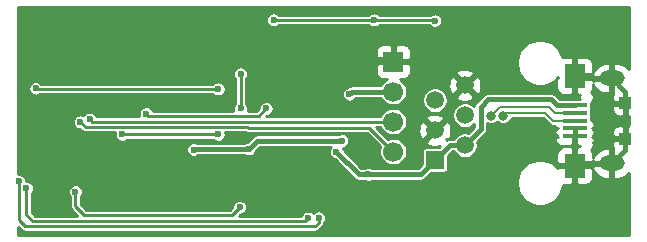
<source format=gbl>
G04 #@! TF.GenerationSoftware,KiCad,Pcbnew,(5.1.9-0-10_14)*
G04 #@! TF.CreationDate,2021-05-05T23:43:46+02:00*
G04 #@! TF.ProjectId,P1_wifi,50315f77-6966-4692-9e6b-696361645f70,rev?*
G04 #@! TF.SameCoordinates,Original*
G04 #@! TF.FileFunction,Copper,L2,Bot*
G04 #@! TF.FilePolarity,Positive*
%FSLAX46Y46*%
G04 Gerber Fmt 4.6, Leading zero omitted, Abs format (unit mm)*
G04 Created by KiCad (PCBNEW (5.1.9-0-10_14)) date 2021-05-05 23:43:46*
%MOMM*%
%LPD*%
G01*
G04 APERTURE LIST*
G04 #@! TA.AperFunction,ComponentPad*
%ADD10C,1.700000*%
G04 #@! TD*
G04 #@! TA.AperFunction,ComponentPad*
%ADD11R,1.700000X1.700000*%
G04 #@! TD*
G04 #@! TA.AperFunction,SMDPad,CuDef*
%ADD12R,1.000000X1.000000*%
G04 #@! TD*
G04 #@! TA.AperFunction,SMDPad,CuDef*
%ADD13R,2.150000X0.400000*%
G04 #@! TD*
G04 #@! TA.AperFunction,ComponentPad*
%ADD14R,1.800000X2.000000*%
G04 #@! TD*
G04 #@! TA.AperFunction,ComponentPad*
%ADD15O,2.150000X1.300000*%
G04 #@! TD*
G04 #@! TA.AperFunction,ComponentPad*
%ADD16R,1.520000X1.520000*%
G04 #@! TD*
G04 #@! TA.AperFunction,ComponentPad*
%ADD17C,1.520000*%
G04 #@! TD*
G04 #@! TA.AperFunction,ViaPad*
%ADD18C,0.600000*%
G04 #@! TD*
G04 #@! TA.AperFunction,ViaPad*
%ADD19C,0.812800*%
G04 #@! TD*
G04 #@! TA.AperFunction,Conductor*
%ADD20C,0.406400*%
G04 #@! TD*
G04 #@! TA.AperFunction,Conductor*
%ADD21C,0.254000*%
G04 #@! TD*
G04 #@! TA.AperFunction,Conductor*
%ADD22C,0.203200*%
G04 #@! TD*
G04 #@! TA.AperFunction,Conductor*
%ADD23C,0.100000*%
G04 #@! TD*
G04 APERTURE END LIST*
D10*
X39711500Y9937000D03*
X39711500Y12477000D03*
X39711500Y7397000D03*
D11*
X39711500Y15017000D03*
D12*
X59379500Y11500000D03*
D13*
X55069500Y11300000D03*
D14*
X55069500Y13800000D03*
D15*
X58229500Y13600000D03*
D14*
X55069500Y6200000D03*
D15*
X58229500Y6400000D03*
D12*
X59379500Y8500000D03*
D13*
X55069500Y10650000D03*
X55069500Y10000000D03*
X55069500Y9350000D03*
X55069500Y8700000D03*
D16*
X43243500Y6667500D03*
D17*
X45783500Y7937500D03*
X43243500Y9207500D03*
X45783500Y10477500D03*
X43243500Y11747500D03*
X45783500Y13017500D03*
D18*
X31496000Y4318000D03*
X33528000Y6350000D03*
X31496000Y6350000D03*
X33528000Y4318000D03*
X35052000Y16322000D03*
X35052000Y13462000D03*
X30099000Y7620000D03*
X31623000Y13716000D03*
X24511000Y18034000D03*
X11557000Y14351000D03*
X11557000Y4445000D03*
X27432000Y4445000D03*
X36703000Y7239000D03*
X36703000Y8763000D03*
X33147000Y13208000D03*
X33147000Y15240000D03*
X36931600Y13335000D03*
X30022800Y2844800D03*
X35153600Y2895600D03*
X24434800Y3098800D03*
X38608000Y3657600D03*
X18034000Y15240000D03*
X21082000Y11684000D03*
X20574000Y5588000D03*
X15240000Y5588000D03*
X41656000Y4318000D03*
X45974000Y4318000D03*
X43688000Y762000D03*
X49022000Y1778000D03*
X50038000Y7620000D03*
X47244000Y7112000D03*
X48514000Y12573000D03*
X58928000Y19050000D03*
X57658000Y19050000D03*
X58928000Y17780000D03*
X58928000Y1016000D03*
X58928000Y2286000D03*
X57404000Y1016000D03*
X8128000Y19304000D03*
X26416000Y19050000D03*
X49276000Y19050000D03*
X58928000Y16256000D03*
X58928000Y3810000D03*
X55880000Y1016000D03*
X54102000Y1016000D03*
X56388000Y19050000D03*
X54864000Y19050000D03*
X41402000Y11176000D03*
X41402000Y8382000D03*
X41402000Y13716000D03*
X34903703Y7364651D03*
X37592000Y5460996D03*
X26797000Y13970000D03*
X36002000Y12258000D03*
X35382196Y8331200D03*
X27495000Y7620000D03*
X22809200Y7569198D03*
X26797000Y11049000D03*
X29591000Y18542000D03*
X43243504Y18478502D03*
X38100000Y18542000D03*
X9448800Y12750802D03*
X24892000Y12700000D03*
X16764000Y8848788D03*
X24892000Y8848788D03*
D19*
X49022000Y10429855D03*
X48006000Y10429855D03*
D18*
X26720800Y2692400D03*
X12801600Y4013200D03*
X13207996Y9906000D03*
X14008550Y10155210D03*
X33401000Y1778000D03*
X8026400Y4876800D03*
X32512000Y1773210D03*
X8656610Y4294983D03*
X18796000Y10612421D03*
X28956000Y11049000D03*
D20*
X58229500Y13600000D02*
X55069500Y13600000D01*
X58229500Y6400000D02*
X55069500Y6400000D01*
X59379500Y12450000D02*
X58229500Y13600000D01*
X59379500Y11500000D02*
X59379500Y12450000D01*
X59379500Y7550000D02*
X58229500Y6400000D01*
X59379500Y8500000D02*
X59379500Y7550000D01*
X59379500Y11500000D02*
X59379500Y8500000D01*
X55069500Y8700000D02*
X55069500Y6400000D01*
X55069500Y9350000D02*
X55069500Y8700000D01*
X35052000Y13462000D02*
X35052000Y16322000D01*
X39488500Y15240000D02*
X35136000Y15240000D01*
D21*
X35136000Y15240000D02*
X35052000Y15324000D01*
X39711500Y15017000D02*
X39488500Y15240000D01*
D20*
X44513500Y7937500D02*
X43243500Y6667500D01*
X45783500Y7937500D02*
X44513500Y7937500D01*
D21*
X42792799Y6216799D02*
X43243500Y6667500D01*
D20*
X47117000Y9271000D02*
X45783500Y7937500D01*
X47723528Y11811000D02*
X47117000Y11204472D01*
X55069500Y11300000D02*
X53597000Y11300000D01*
X47117000Y11204472D02*
X47117000Y9271000D01*
X53086000Y11811000D02*
X47723528Y11811000D01*
X53597000Y11300000D02*
X53086000Y11811000D01*
X34903703Y7364651D02*
X36807358Y5460996D01*
X36807358Y5460996D02*
X37592000Y5460996D01*
X38016264Y5460996D02*
X37592000Y5460996D01*
X42036996Y5460996D02*
X38016264Y5460996D01*
X42792799Y6216799D02*
X42036996Y5460996D01*
X36221000Y12477000D02*
X36002000Y12258000D01*
X39711500Y12477000D02*
X36221000Y12477000D01*
X28206200Y8331200D02*
X27495000Y7620000D01*
X35382196Y8331200D02*
X28206200Y8331200D01*
X27495000Y7620000D02*
X22860002Y7620000D01*
X22860002Y7620000D02*
X22809200Y7569198D01*
D21*
X26797000Y13970000D02*
X26797000Y13545736D01*
X26797000Y13545736D02*
X26797000Y11049000D01*
X26797000Y11049000D02*
X26797000Y11049000D01*
X43180006Y18542000D02*
X43243504Y18478502D01*
X29591000Y18542000D02*
X38100000Y18542000D01*
X38100000Y18542000D02*
X43180006Y18542000D01*
X24892000Y12700000D02*
X9499602Y12700000D01*
X9499602Y12700000D02*
X9448800Y12750802D01*
X16764000Y8848788D02*
X24892000Y8848788D01*
D22*
X52578000Y10668000D02*
X53246000Y10000000D01*
X53246000Y10000000D02*
X55069500Y10000000D01*
X49260145Y10668000D02*
X52578000Y10668000D01*
X49022000Y10429855D02*
X49260145Y10668000D01*
X48717200Y11141055D02*
X52910509Y11141055D01*
X52910509Y11141055D02*
X53401564Y10650000D01*
X48006000Y10429855D02*
X48717200Y11141055D01*
X53401564Y10650000D02*
X55069500Y10650000D01*
D21*
X13525000Y2032000D02*
X12801600Y2755400D01*
X26060400Y2032000D02*
X13525000Y2032000D01*
X12801600Y2755400D02*
X12801600Y4013200D01*
X26720800Y2692400D02*
X26060400Y2032000D01*
X13507995Y9606001D02*
X13207996Y9906000D01*
X27391389Y9478988D02*
X13635008Y9478988D01*
X27442189Y9428188D02*
X27391389Y9478988D01*
X37680312Y9428188D02*
X27442189Y9428188D01*
X39711500Y7397000D02*
X37680312Y9428188D01*
X13635008Y9478988D02*
X13507995Y9606001D01*
X39711500Y9937000D02*
X14226760Y9937000D01*
X14226760Y9937000D02*
X14008550Y10155210D01*
X33114053Y1066789D02*
X8534411Y1066789D01*
X8534411Y1066789D02*
X8026400Y1574800D01*
X33401000Y1353736D02*
X33114053Y1066789D01*
X8026400Y1574800D02*
X8026400Y4876800D01*
X33401000Y1778000D02*
X33401000Y1353736D01*
X8656610Y2062190D02*
X8656610Y4294983D01*
X9194800Y1524000D02*
X8656610Y2062190D01*
X32262790Y1524000D02*
X9194800Y1524000D01*
X32512000Y1773210D02*
X32262790Y1524000D01*
X28321000Y10414000D02*
X28956000Y11049000D01*
X18994421Y10414000D02*
X28321000Y10414000D01*
X18796000Y10612421D02*
X18994421Y10414000D01*
X59644800Y14426971D02*
X59474005Y14597882D01*
X59263581Y14738585D01*
X59029751Y14835533D01*
X58781500Y14885000D01*
X58356500Y14885000D01*
X58356500Y13727000D01*
X58376500Y13727000D01*
X58376500Y13473000D01*
X58356500Y13473000D01*
X58356500Y12363678D01*
X58348963Y12354494D01*
X58289998Y12244180D01*
X58253688Y12124482D01*
X58241428Y12000000D01*
X58244500Y11785750D01*
X58403250Y11627000D01*
X59252500Y11627000D01*
X59252500Y11647000D01*
X59506500Y11647000D01*
X59506500Y11627000D01*
X59526500Y11627000D01*
X59526500Y11373000D01*
X59506500Y11373000D01*
X59506500Y10523750D01*
X59644800Y10385450D01*
X59644801Y9614551D01*
X59506500Y9476250D01*
X59506500Y8627000D01*
X59526500Y8627000D01*
X59526500Y8373000D01*
X59506500Y8373000D01*
X59506500Y8353000D01*
X59252500Y8353000D01*
X59252500Y8373000D01*
X58403250Y8373000D01*
X58244500Y8214250D01*
X58241428Y8000000D01*
X58253688Y7875518D01*
X58289998Y7755820D01*
X58348963Y7645506D01*
X58356500Y7636322D01*
X58356500Y6527000D01*
X58376500Y6527000D01*
X58376500Y6273000D01*
X58356500Y6273000D01*
X58356500Y5115000D01*
X58781500Y5115000D01*
X59029751Y5164467D01*
X59263581Y5261415D01*
X59474005Y5402118D01*
X59644801Y5573029D01*
X59644801Y355200D01*
X7950200Y355200D01*
X7950200Y1004423D01*
X8195241Y759381D01*
X8209558Y741936D01*
X8279175Y684802D01*
X8358602Y642348D01*
X8444784Y616204D01*
X8511951Y609589D01*
X8511960Y609589D01*
X8534410Y607378D01*
X8556860Y609589D01*
X33091603Y609589D01*
X33114053Y607378D01*
X33136503Y609589D01*
X33136513Y609589D01*
X33203680Y616204D01*
X33289862Y642348D01*
X33369289Y684802D01*
X33438906Y741936D01*
X33453227Y759386D01*
X33708403Y1014562D01*
X33725853Y1028883D01*
X33762401Y1073416D01*
X33782987Y1098499D01*
X33819722Y1167228D01*
X33825441Y1177927D01*
X33851585Y1264109D01*
X33858200Y1331276D01*
X33858200Y1331285D01*
X33859585Y1345348D01*
X33890508Y1376271D01*
X33959476Y1479488D01*
X34006982Y1594178D01*
X34031200Y1715931D01*
X34031200Y1840069D01*
X34006982Y1961822D01*
X33959476Y2076512D01*
X33890508Y2179729D01*
X33802729Y2267508D01*
X33699512Y2336476D01*
X33584822Y2383982D01*
X33463069Y2408200D01*
X33338931Y2408200D01*
X33217178Y2383982D01*
X33102488Y2336476D01*
X32999271Y2267508D01*
X32954105Y2222342D01*
X32913729Y2262718D01*
X32810512Y2331686D01*
X32695822Y2379192D01*
X32574069Y2403410D01*
X32449931Y2403410D01*
X32328178Y2379192D01*
X32213488Y2331686D01*
X32110271Y2262718D01*
X32022492Y2174939D01*
X31953524Y2071722D01*
X31916029Y1981200D01*
X26656178Y1981200D01*
X26737178Y2062200D01*
X26782869Y2062200D01*
X26904622Y2086418D01*
X27019312Y2133924D01*
X27122529Y2202892D01*
X27210308Y2290671D01*
X27279276Y2393888D01*
X27326782Y2508578D01*
X27351000Y2630331D01*
X27351000Y2754469D01*
X27326782Y2876222D01*
X27279276Y2990912D01*
X27210308Y3094129D01*
X27122529Y3181908D01*
X27019312Y3250876D01*
X26904622Y3298382D01*
X26782869Y3322600D01*
X26658731Y3322600D01*
X26536978Y3298382D01*
X26422288Y3250876D01*
X26319071Y3181908D01*
X26231292Y3094129D01*
X26162324Y2990912D01*
X26114818Y2876222D01*
X26090600Y2754469D01*
X26090600Y2708778D01*
X25871023Y2489200D01*
X13714378Y2489200D01*
X13258800Y2944777D01*
X13258800Y3579163D01*
X13291108Y3611471D01*
X13360076Y3714688D01*
X13407582Y3829378D01*
X13431800Y3951131D01*
X13431800Y4075269D01*
X13407582Y4197022D01*
X13360076Y4311712D01*
X13291108Y4414929D01*
X13203329Y4502708D01*
X13100112Y4571676D01*
X12985422Y4619182D01*
X12863669Y4643400D01*
X12739531Y4643400D01*
X12617778Y4619182D01*
X12503088Y4571676D01*
X12399871Y4502708D01*
X12312092Y4414929D01*
X12243124Y4311712D01*
X12195618Y4197022D01*
X12171400Y4075269D01*
X12171400Y3951131D01*
X12195618Y3829378D01*
X12243124Y3714688D01*
X12312092Y3611471D01*
X12344401Y3579162D01*
X12344400Y2777850D01*
X12342189Y2755400D01*
X12344400Y2732950D01*
X12344400Y2732941D01*
X12351015Y2665774D01*
X12377159Y2579592D01*
X12419613Y2500165D01*
X12476747Y2430547D01*
X12494197Y2416226D01*
X12929222Y1981200D01*
X9384178Y1981200D01*
X9113810Y2251568D01*
X9113810Y3860946D01*
X9146118Y3893254D01*
X9215086Y3996471D01*
X9262592Y4111161D01*
X9286810Y4232914D01*
X9286810Y4357052D01*
X9262592Y4478805D01*
X9215086Y4593495D01*
X9146118Y4696712D01*
X9058339Y4784491D01*
X8955122Y4853459D01*
X8840432Y4900965D01*
X8718679Y4925183D01*
X8656600Y4925183D01*
X8656600Y4938869D01*
X8632382Y5060622D01*
X8584876Y5175312D01*
X8515908Y5278529D01*
X8428129Y5366308D01*
X8324912Y5435276D01*
X8210222Y5482782D01*
X8088469Y5507000D01*
X7964331Y5507000D01*
X7950200Y5504189D01*
X7950200Y7631267D01*
X22179000Y7631267D01*
X22179000Y7507129D01*
X22203218Y7385376D01*
X22250724Y7270686D01*
X22319692Y7167469D01*
X22407471Y7079690D01*
X22510688Y7010722D01*
X22625378Y6963216D01*
X22747131Y6938998D01*
X22871269Y6938998D01*
X22993022Y6963216D01*
X23107712Y7010722D01*
X23210929Y7079690D01*
X23217839Y7086600D01*
X27158959Y7086600D01*
X27196488Y7061524D01*
X27311178Y7014018D01*
X27432931Y6989800D01*
X27557069Y6989800D01*
X27678822Y7014018D01*
X27793512Y7061524D01*
X27896729Y7130492D01*
X27984508Y7218271D01*
X28053476Y7321488D01*
X28100982Y7436178D01*
X28109787Y7480446D01*
X28427141Y7797800D01*
X34445615Y7797800D01*
X34414195Y7766380D01*
X34345227Y7663163D01*
X34297721Y7548473D01*
X34273503Y7426720D01*
X34273503Y7302582D01*
X34297721Y7180829D01*
X34345227Y7066139D01*
X34414195Y6962922D01*
X34501974Y6875143D01*
X34605191Y6806175D01*
X34719881Y6758669D01*
X34764149Y6749864D01*
X36411662Y5102351D01*
X36428363Y5082001D01*
X36509583Y5015345D01*
X36602247Y4965815D01*
X36702793Y4935315D01*
X36781163Y4927596D01*
X36781164Y4927596D01*
X36807358Y4925016D01*
X36833552Y4927596D01*
X37255959Y4927596D01*
X37293488Y4902520D01*
X37408178Y4855014D01*
X37529931Y4830796D01*
X37654069Y4830796D01*
X37775822Y4855014D01*
X37890512Y4902520D01*
X37928041Y4927596D01*
X42010809Y4927596D01*
X42036996Y4925017D01*
X42063183Y4927596D01*
X42063191Y4927596D01*
X42141561Y4935315D01*
X42190202Y4950070D01*
X50178300Y4950070D01*
X50178300Y4564930D01*
X50253438Y4187189D01*
X50400825Y3831366D01*
X50614797Y3511133D01*
X50887133Y3238797D01*
X51207366Y3024825D01*
X51563189Y2877438D01*
X51940930Y2802300D01*
X52326070Y2802300D01*
X52703811Y2877438D01*
X53059634Y3024825D01*
X53379867Y3238797D01*
X53652203Y3511133D01*
X53866175Y3831366D01*
X54013562Y4187189D01*
X54088700Y4564930D01*
X54088700Y4569886D01*
X54169500Y4561928D01*
X54783750Y4565000D01*
X54942500Y4723750D01*
X54942500Y6073000D01*
X55196500Y6073000D01*
X55196500Y4723750D01*
X55355250Y4565000D01*
X55969500Y4561928D01*
X56093982Y4574188D01*
X56213680Y4610498D01*
X56323994Y4669463D01*
X56420685Y4748815D01*
X56500037Y4845506D01*
X56559002Y4955820D01*
X56595312Y5075518D01*
X56607572Y5200000D01*
X56604500Y5914250D01*
X56445750Y6073000D01*
X55196500Y6073000D01*
X54942500Y6073000D01*
X53693250Y6073000D01*
X53638160Y6017910D01*
X53581541Y6074529D01*
X56561401Y6074529D01*
X56568713Y6025585D01*
X56665503Y5791689D01*
X56806064Y5581170D01*
X56984995Y5402118D01*
X57195419Y5261415D01*
X57429249Y5164467D01*
X57677500Y5115000D01*
X58102500Y5115000D01*
X58102500Y6273000D01*
X56685433Y6273000D01*
X56561401Y6074529D01*
X53581541Y6074529D01*
X53379867Y6276203D01*
X53059634Y6490175D01*
X52703811Y6637562D01*
X52326070Y6712700D01*
X51940930Y6712700D01*
X51563189Y6637562D01*
X51207366Y6490175D01*
X50887133Y6276203D01*
X50614797Y6003867D01*
X50400825Y5683634D01*
X50253438Y5327811D01*
X50178300Y4950070D01*
X42190202Y4950070D01*
X42242107Y4965815D01*
X42334771Y5015345D01*
X42415991Y5082001D01*
X42432692Y5102351D01*
X42906044Y5575703D01*
X44003500Y5575703D01*
X44068230Y5582078D01*
X44130473Y5600960D01*
X44187837Y5631621D01*
X44238116Y5672884D01*
X44279379Y5723163D01*
X44310040Y5780527D01*
X44328922Y5842770D01*
X44335297Y5907500D01*
X44335297Y7004955D01*
X44734442Y7404100D01*
X44828734Y7404100D01*
X44936686Y7242538D01*
X45088538Y7090686D01*
X45267097Y6971377D01*
X45465500Y6889196D01*
X45676125Y6847300D01*
X45890875Y6847300D01*
X46101500Y6889196D01*
X46299903Y6971377D01*
X46478462Y7090686D01*
X46587776Y7200000D01*
X53531428Y7200000D01*
X53534500Y6485750D01*
X53693250Y6327000D01*
X54942500Y6327000D01*
X54942500Y7676250D01*
X54783750Y7835000D01*
X54169500Y7838072D01*
X54045018Y7825812D01*
X53925320Y7789502D01*
X53815006Y7730537D01*
X53718315Y7651185D01*
X53638963Y7554494D01*
X53579998Y7444180D01*
X53543688Y7324482D01*
X53531428Y7200000D01*
X46587776Y7200000D01*
X46630314Y7242538D01*
X46749623Y7421097D01*
X46831804Y7619500D01*
X46873700Y7830125D01*
X46873700Y8044875D01*
X46835792Y8235451D01*
X47475645Y8875304D01*
X47495995Y8892005D01*
X47562651Y8973225D01*
X47612181Y9065889D01*
X47642681Y9166435D01*
X47650400Y9244805D01*
X47650400Y9244806D01*
X47652980Y9271000D01*
X47650400Y9297194D01*
X47650400Y9781558D01*
X47657089Y9777089D01*
X47791142Y9721562D01*
X47933451Y9693255D01*
X48078549Y9693255D01*
X48220858Y9721562D01*
X48354911Y9777089D01*
X48475555Y9857700D01*
X48514000Y9896145D01*
X48552445Y9857700D01*
X48673089Y9777089D01*
X48807142Y9721562D01*
X48949451Y9693255D01*
X49094549Y9693255D01*
X49236858Y9721562D01*
X49370911Y9777089D01*
X49491555Y9857700D01*
X49594155Y9960300D01*
X49674766Y10080944D01*
X49730293Y10214997D01*
X49734511Y10236200D01*
X52399144Y10236200D01*
X52925669Y9709674D01*
X52939194Y9693194D01*
X52972693Y9665702D01*
X53004944Y9639234D01*
X53079958Y9599139D01*
X53161352Y9574448D01*
X53246000Y9566111D01*
X53267210Y9568200D01*
X53373050Y9568200D01*
X53518250Y9423000D01*
X53631679Y9423000D01*
X53548488Y9356299D01*
X53468038Y9260519D01*
X53426934Y9185684D01*
X53359500Y9118250D01*
X53369443Y9025000D01*
X53359500Y8931750D01*
X53426934Y8864316D01*
X53468038Y8789481D01*
X53548488Y8693701D01*
X53631679Y8627000D01*
X53518250Y8627000D01*
X53359500Y8468250D01*
X53370148Y8368392D01*
X53407820Y8249116D01*
X53468038Y8139481D01*
X53548488Y8043701D01*
X53646077Y7965456D01*
X53757056Y7907753D01*
X53877160Y7872810D01*
X54001774Y7861969D01*
X54783750Y7865000D01*
X54942500Y8023750D01*
X54942500Y8627000D01*
X54895750Y8627000D01*
X54942500Y8673750D01*
X54942500Y8847000D01*
X55196500Y8847000D01*
X55196500Y8673750D01*
X55243250Y8627000D01*
X55196500Y8627000D01*
X55196500Y8023750D01*
X55355250Y7865000D01*
X55489400Y7864480D01*
X55495125Y7835700D01*
X55355250Y7835000D01*
X55196500Y7676250D01*
X55196500Y6327000D01*
X56445750Y6327000D01*
X56604500Y6485750D01*
X56605229Y6655339D01*
X56685433Y6527000D01*
X58102500Y6527000D01*
X58102500Y7685000D01*
X57677500Y7685000D01*
X57429249Y7635533D01*
X57195419Y7538585D01*
X56984995Y7397882D01*
X56806064Y7218830D01*
X56665503Y7008311D01*
X56606130Y6864835D01*
X56607572Y7200000D01*
X56595312Y7324482D01*
X56559002Y7444180D01*
X56500037Y7554494D01*
X56495456Y7560075D01*
X56549589Y7614208D01*
X56615821Y7713330D01*
X56661442Y7823470D01*
X56684700Y7940393D01*
X56684700Y8059607D01*
X56669223Y8137411D01*
X56670962Y8139481D01*
X56731180Y8249116D01*
X56768852Y8368392D01*
X56779500Y8468250D01*
X56620750Y8627000D01*
X56507321Y8627000D01*
X56590512Y8693701D01*
X56670962Y8789481D01*
X56712066Y8864316D01*
X56779500Y8931750D01*
X56772223Y9000000D01*
X58241428Y9000000D01*
X58244500Y8785750D01*
X58403250Y8627000D01*
X59252500Y8627000D01*
X59252500Y9476250D01*
X59093750Y9635000D01*
X58879500Y9638072D01*
X58755018Y9625812D01*
X58635320Y9589502D01*
X58525006Y9530537D01*
X58428315Y9451185D01*
X58348963Y9354494D01*
X58289998Y9244180D01*
X58253688Y9124482D01*
X58241428Y9000000D01*
X56772223Y9000000D01*
X56769557Y9025000D01*
X56779500Y9118250D01*
X56712066Y9185684D01*
X56670962Y9260519D01*
X56590512Y9356299D01*
X56507321Y9423000D01*
X56620750Y9423000D01*
X56779500Y9581750D01*
X56768852Y9681608D01*
X56731180Y9800884D01*
X56670962Y9910519D01*
X56590512Y10006299D01*
X56492923Y10084544D01*
X56476297Y10093189D01*
X56476297Y10200000D01*
X56469922Y10264730D01*
X56451639Y10325000D01*
X56469922Y10385270D01*
X56476297Y10450000D01*
X56476297Y10850000D01*
X56469922Y10914730D01*
X56451639Y10975000D01*
X56459222Y11000000D01*
X58241428Y11000000D01*
X58253688Y10875518D01*
X58289998Y10755820D01*
X58348963Y10645506D01*
X58428315Y10548815D01*
X58525006Y10469463D01*
X58635320Y10410498D01*
X58755018Y10374188D01*
X58879500Y10361928D01*
X59093750Y10365000D01*
X59252500Y10523750D01*
X59252500Y11373000D01*
X58403250Y11373000D01*
X58244500Y11214250D01*
X58241428Y11000000D01*
X56459222Y11000000D01*
X56469922Y11035270D01*
X56476297Y11100000D01*
X56476297Y11500000D01*
X56472629Y11537248D01*
X56549589Y11614208D01*
X56615821Y11713330D01*
X56661442Y11823470D01*
X56684700Y11940393D01*
X56684700Y12059607D01*
X56661442Y12176530D01*
X56615821Y12286670D01*
X56549589Y12385792D01*
X56495456Y12439925D01*
X56500037Y12445506D01*
X56559002Y12555820D01*
X56595312Y12675518D01*
X56607572Y12800000D01*
X56606130Y13135165D01*
X56665503Y12991689D01*
X56806064Y12781170D01*
X56984995Y12602118D01*
X57195419Y12461415D01*
X57429249Y12364467D01*
X57677500Y12315000D01*
X58102500Y12315000D01*
X58102500Y13473000D01*
X56685433Y13473000D01*
X56605229Y13344661D01*
X56604500Y13514250D01*
X56445750Y13673000D01*
X55196500Y13673000D01*
X55196500Y12323750D01*
X55355250Y12165000D01*
X55495125Y12164300D01*
X55474300Y12059607D01*
X55474300Y11940393D01*
X55495902Y11831797D01*
X55111970Y11831797D01*
X55095695Y11833400D01*
X53817942Y11833400D01*
X53481695Y12169646D01*
X53464995Y12189995D01*
X53383775Y12256651D01*
X53291111Y12306181D01*
X53190565Y12336681D01*
X53112195Y12344400D01*
X53112187Y12344400D01*
X53086000Y12346979D01*
X53059813Y12344400D01*
X47749714Y12344400D01*
X47723527Y12346979D01*
X47697340Y12344400D01*
X47697333Y12344400D01*
X47618963Y12336681D01*
X47518417Y12306181D01*
X47425753Y12256651D01*
X47369516Y12210498D01*
X47344533Y12189995D01*
X47327837Y12169651D01*
X46758354Y11600167D01*
X46738005Y11583467D01*
X46671349Y11502247D01*
X46621819Y11409582D01*
X46591319Y11309036D01*
X46583600Y11230666D01*
X46583600Y11230659D01*
X46582571Y11220205D01*
X46478462Y11324314D01*
X46299903Y11443623D01*
X46101500Y11525804D01*
X45890875Y11567700D01*
X45676125Y11567700D01*
X45465500Y11525804D01*
X45267097Y11443623D01*
X45088538Y11324314D01*
X44936686Y11172462D01*
X44817377Y10993903D01*
X44735196Y10795500D01*
X44693300Y10584875D01*
X44693300Y10370125D01*
X44735196Y10159500D01*
X44817377Y9961097D01*
X44936686Y9782538D01*
X45088538Y9630686D01*
X45267097Y9511377D01*
X45465500Y9429196D01*
X45676125Y9387300D01*
X45890875Y9387300D01*
X46101500Y9429196D01*
X46299903Y9511377D01*
X46478462Y9630686D01*
X46583601Y9735825D01*
X46583601Y9491942D01*
X46081451Y8989792D01*
X45890875Y9027700D01*
X45676125Y9027700D01*
X45465500Y8985804D01*
X45267097Y8903623D01*
X45088538Y8784314D01*
X44936686Y8632462D01*
X44828734Y8470900D01*
X44539686Y8470900D01*
X44513499Y8473479D01*
X44487312Y8470900D01*
X44487305Y8470900D01*
X44408935Y8463181D01*
X44308389Y8432681D01*
X44236404Y8394204D01*
X44207639Y8422969D01*
X44447525Y8489706D01*
X44564424Y8738392D01*
X44630561Y9005106D01*
X44643395Y9279597D01*
X44602431Y9551317D01*
X44509244Y9809826D01*
X44447525Y9925294D01*
X44207637Y9992031D01*
X43423105Y9207500D01*
X43437248Y9193358D01*
X43257642Y9013752D01*
X43243500Y9027895D01*
X42458969Y8243363D01*
X42525706Y8003475D01*
X42774392Y7886576D01*
X43041106Y7820439D01*
X43315597Y7807605D01*
X43587317Y7848569D01*
X43716961Y7895303D01*
X43580955Y7759297D01*
X42483500Y7759297D01*
X42418770Y7752922D01*
X42356527Y7734040D01*
X42299163Y7703379D01*
X42248884Y7662116D01*
X42207621Y7611837D01*
X42176960Y7554473D01*
X42158078Y7492230D01*
X42151703Y7427500D01*
X42151703Y6330044D01*
X41816055Y5994396D01*
X37928041Y5994396D01*
X37890512Y6019472D01*
X37775822Y6066978D01*
X37654069Y6091196D01*
X37529931Y6091196D01*
X37408178Y6066978D01*
X37293488Y6019472D01*
X37255959Y5994396D01*
X37028299Y5994396D01*
X35518490Y7504205D01*
X35509685Y7548473D01*
X35462179Y7663163D01*
X35436897Y7701000D01*
X35444265Y7701000D01*
X35566018Y7725218D01*
X35680708Y7772724D01*
X35783925Y7841692D01*
X35871704Y7929471D01*
X35940672Y8032688D01*
X35988178Y8147378D01*
X36012396Y8269131D01*
X36012396Y8393269D01*
X35988178Y8515022D01*
X35940672Y8629712D01*
X35871704Y8732929D01*
X35783925Y8820708D01*
X35680708Y8889676D01*
X35566018Y8937182D01*
X35444265Y8961400D01*
X35320127Y8961400D01*
X35198374Y8937182D01*
X35083684Y8889676D01*
X35046155Y8864600D01*
X28232394Y8864600D01*
X28206200Y8867180D01*
X28180006Y8864600D01*
X28180005Y8864600D01*
X28101635Y8856881D01*
X28001089Y8826381D01*
X27908425Y8776851D01*
X27827205Y8710195D01*
X27810504Y8689845D01*
X27355446Y8234787D01*
X27311178Y8225982D01*
X27196488Y8178476D01*
X27158959Y8153400D01*
X23045604Y8153400D01*
X22993022Y8175180D01*
X22871269Y8199398D01*
X22747131Y8199398D01*
X22625378Y8175180D01*
X22510688Y8127674D01*
X22407471Y8058706D01*
X22319692Y7970927D01*
X22250724Y7867710D01*
X22203218Y7753020D01*
X22179000Y7631267D01*
X7950200Y7631267D01*
X7950200Y9968069D01*
X12577796Y9968069D01*
X12577796Y9843931D01*
X12602014Y9722178D01*
X12649520Y9607488D01*
X12718488Y9504271D01*
X12806267Y9416492D01*
X12909484Y9347524D01*
X13024174Y9300018D01*
X13145927Y9275800D01*
X13191618Y9275800D01*
X13295837Y9171581D01*
X13310155Y9154135D01*
X13379772Y9097001D01*
X13459199Y9054547D01*
X13545381Y9028403D01*
X13612548Y9021788D01*
X13612556Y9021788D01*
X13635008Y9019577D01*
X13657460Y9021788D01*
X16155865Y9021788D01*
X16133800Y8910857D01*
X16133800Y8786719D01*
X16158018Y8664966D01*
X16205524Y8550276D01*
X16274492Y8447059D01*
X16362271Y8359280D01*
X16465488Y8290312D01*
X16580178Y8242806D01*
X16701931Y8218588D01*
X16826069Y8218588D01*
X16947822Y8242806D01*
X17062512Y8290312D01*
X17165729Y8359280D01*
X17198037Y8391588D01*
X24457963Y8391588D01*
X24490271Y8359280D01*
X24593488Y8290312D01*
X24708178Y8242806D01*
X24829931Y8218588D01*
X24954069Y8218588D01*
X25075822Y8242806D01*
X25190512Y8290312D01*
X25293729Y8359280D01*
X25381508Y8447059D01*
X25450476Y8550276D01*
X25497982Y8664966D01*
X25522200Y8786719D01*
X25522200Y8910857D01*
X25500135Y9021788D01*
X27232627Y9021788D01*
X27266380Y9003747D01*
X27352562Y8977603D01*
X27419729Y8970988D01*
X27419739Y8970988D01*
X27442188Y8968777D01*
X27464638Y8970988D01*
X37490935Y8970988D01*
X38618836Y7843086D01*
X38576655Y7741252D01*
X38531300Y7513240D01*
X38531300Y7280760D01*
X38576655Y7052748D01*
X38665621Y6837966D01*
X38794779Y6644667D01*
X38959167Y6480279D01*
X39152466Y6351121D01*
X39367248Y6262155D01*
X39595260Y6216800D01*
X39827740Y6216800D01*
X40055752Y6262155D01*
X40270534Y6351121D01*
X40463833Y6480279D01*
X40628221Y6644667D01*
X40757379Y6837966D01*
X40846345Y7052748D01*
X40891700Y7280760D01*
X40891700Y7513240D01*
X40846345Y7741252D01*
X40757379Y7956034D01*
X40628221Y8149333D01*
X40463833Y8313721D01*
X40270534Y8442879D01*
X40055752Y8531845D01*
X39827740Y8577200D01*
X39595260Y8577200D01*
X39367248Y8531845D01*
X39265414Y8489664D01*
X38275277Y9479800D01*
X38623440Y9479800D01*
X38665621Y9377966D01*
X38794779Y9184667D01*
X38959167Y9020279D01*
X39152466Y8891121D01*
X39367248Y8802155D01*
X39595260Y8756800D01*
X39827740Y8756800D01*
X40055752Y8802155D01*
X40270534Y8891121D01*
X40463833Y9020279D01*
X40578957Y9135403D01*
X41843605Y9135403D01*
X41884569Y8863683D01*
X41977756Y8605174D01*
X42039475Y8489706D01*
X42279363Y8422969D01*
X43063895Y9207500D01*
X42279363Y9992031D01*
X42039475Y9925294D01*
X41922576Y9676608D01*
X41856439Y9409894D01*
X41843605Y9135403D01*
X40578957Y9135403D01*
X40628221Y9184667D01*
X40757379Y9377966D01*
X40846345Y9592748D01*
X40891700Y9820760D01*
X40891700Y10053240D01*
X40868150Y10171637D01*
X42458969Y10171637D01*
X43243500Y9387105D01*
X44028031Y10171637D01*
X43961294Y10411525D01*
X43712608Y10528424D01*
X43445894Y10594561D01*
X43171403Y10607395D01*
X42899683Y10566431D01*
X42641174Y10473244D01*
X42525706Y10411525D01*
X42458969Y10171637D01*
X40868150Y10171637D01*
X40846345Y10281252D01*
X40757379Y10496034D01*
X40628221Y10689333D01*
X40463833Y10853721D01*
X40270534Y10982879D01*
X40055752Y11071845D01*
X39827740Y11117200D01*
X39595260Y11117200D01*
X39367248Y11071845D01*
X39152466Y10982879D01*
X38959167Y10853721D01*
X38794779Y10689333D01*
X38665621Y10496034D01*
X38623440Y10394200D01*
X28947778Y10394200D01*
X28972378Y10418800D01*
X29018069Y10418800D01*
X29139822Y10443018D01*
X29254512Y10490524D01*
X29357729Y10559492D01*
X29445508Y10647271D01*
X29514476Y10750488D01*
X29561982Y10865178D01*
X29586200Y10986931D01*
X29586200Y11111069D01*
X29561982Y11232822D01*
X29514476Y11347512D01*
X29445508Y11450729D01*
X29357729Y11538508D01*
X29254512Y11607476D01*
X29139822Y11654982D01*
X29018069Y11679200D01*
X28893931Y11679200D01*
X28772178Y11654982D01*
X28657488Y11607476D01*
X28554271Y11538508D01*
X28466492Y11450729D01*
X28397524Y11347512D01*
X28350018Y11232822D01*
X28325800Y11111069D01*
X28325800Y11065378D01*
X28131623Y10871200D01*
X27404180Y10871200D01*
X27427200Y10986931D01*
X27427200Y11111069D01*
X27402982Y11232822D01*
X27355476Y11347512D01*
X27286508Y11450729D01*
X27254200Y11483037D01*
X27254200Y12320069D01*
X35371800Y12320069D01*
X35371800Y12195931D01*
X35396018Y12074178D01*
X35443524Y11959488D01*
X35512492Y11856271D01*
X35600271Y11768492D01*
X35703488Y11699524D01*
X35818178Y11652018D01*
X35939931Y11627800D01*
X36064069Y11627800D01*
X36185822Y11652018D01*
X36300512Y11699524D01*
X36403729Y11768492D01*
X36491508Y11856271D01*
X36549860Y11943600D01*
X38655003Y11943600D01*
X38665621Y11917966D01*
X38794779Y11724667D01*
X38959167Y11560279D01*
X39152466Y11431121D01*
X39367248Y11342155D01*
X39595260Y11296800D01*
X39827740Y11296800D01*
X40055752Y11342155D01*
X40270534Y11431121D01*
X40463833Y11560279D01*
X40628221Y11724667D01*
X40715223Y11854875D01*
X42153300Y11854875D01*
X42153300Y11640125D01*
X42195196Y11429500D01*
X42277377Y11231097D01*
X42396686Y11052538D01*
X42548538Y10900686D01*
X42727097Y10781377D01*
X42925500Y10699196D01*
X43136125Y10657300D01*
X43350875Y10657300D01*
X43561500Y10699196D01*
X43759903Y10781377D01*
X43938462Y10900686D01*
X44090314Y11052538D01*
X44209623Y11231097D01*
X44291804Y11429500D01*
X44333700Y11640125D01*
X44333700Y11854875D01*
X44294219Y12053363D01*
X44998969Y12053363D01*
X45065706Y11813475D01*
X45314392Y11696576D01*
X45581106Y11630439D01*
X45855597Y11617605D01*
X46127317Y11658569D01*
X46385826Y11751756D01*
X46501294Y11813475D01*
X46568031Y12053363D01*
X45783500Y12837895D01*
X44998969Y12053363D01*
X44294219Y12053363D01*
X44291804Y12065500D01*
X44209623Y12263903D01*
X44090314Y12442462D01*
X43938462Y12594314D01*
X43759903Y12713623D01*
X43561500Y12795804D01*
X43350875Y12837700D01*
X43136125Y12837700D01*
X42925500Y12795804D01*
X42727097Y12713623D01*
X42548538Y12594314D01*
X42396686Y12442462D01*
X42277377Y12263903D01*
X42195196Y12065500D01*
X42153300Y11854875D01*
X40715223Y11854875D01*
X40757379Y11917966D01*
X40846345Y12132748D01*
X40891700Y12360760D01*
X40891700Y12593240D01*
X40846345Y12821252D01*
X40794920Y12945403D01*
X44383605Y12945403D01*
X44424569Y12673683D01*
X44517756Y12415174D01*
X44579475Y12299706D01*
X44819363Y12232969D01*
X45603895Y13017500D01*
X45963105Y13017500D01*
X46747637Y12232969D01*
X46987525Y12299706D01*
X47104424Y12548392D01*
X47170561Y12815106D01*
X47183395Y13089597D01*
X47142431Y13361317D01*
X47049244Y13619826D01*
X46987525Y13735294D01*
X46747637Y13802031D01*
X45963105Y13017500D01*
X45603895Y13017500D01*
X44819363Y13802031D01*
X44579475Y13735294D01*
X44462576Y13486608D01*
X44396439Y13219894D01*
X44383605Y12945403D01*
X40794920Y12945403D01*
X40757379Y13036034D01*
X40628221Y13229333D01*
X40463833Y13393721D01*
X40270534Y13522879D01*
X40251861Y13530614D01*
X40561500Y13528928D01*
X40685982Y13541188D01*
X40805680Y13577498D01*
X40915994Y13636463D01*
X41012685Y13715815D01*
X41092037Y13812506D01*
X41151002Y13922820D01*
X41168843Y13981637D01*
X44998969Y13981637D01*
X45783500Y13197105D01*
X46568031Y13981637D01*
X46501294Y14221525D01*
X46252608Y14338424D01*
X45985894Y14404561D01*
X45711403Y14417395D01*
X45439683Y14376431D01*
X45181174Y14283244D01*
X45065706Y14221525D01*
X44998969Y13981637D01*
X41168843Y13981637D01*
X41187312Y14042518D01*
X41199572Y14167000D01*
X41196500Y14731250D01*
X41037750Y14890000D01*
X39838500Y14890000D01*
X39838500Y14870000D01*
X39584500Y14870000D01*
X39584500Y14890000D01*
X38385250Y14890000D01*
X38226500Y14731250D01*
X38223428Y14167000D01*
X38235688Y14042518D01*
X38271998Y13922820D01*
X38330963Y13812506D01*
X38410315Y13715815D01*
X38507006Y13636463D01*
X38617320Y13577498D01*
X38737018Y13541188D01*
X38861500Y13528928D01*
X39171139Y13530614D01*
X39152466Y13522879D01*
X38959167Y13393721D01*
X38794779Y13229333D01*
X38665621Y13036034D01*
X38655003Y13010400D01*
X36247194Y13010400D01*
X36221000Y13012980D01*
X36194806Y13010400D01*
X36194805Y13010400D01*
X36116435Y13002681D01*
X36015889Y12972181D01*
X35923225Y12922651D01*
X35862473Y12872793D01*
X35818178Y12863982D01*
X35703488Y12816476D01*
X35600271Y12747508D01*
X35512492Y12659729D01*
X35443524Y12556512D01*
X35396018Y12441822D01*
X35371800Y12320069D01*
X27254200Y12320069D01*
X27254200Y13535963D01*
X27286508Y13568271D01*
X27355476Y13671488D01*
X27402982Y13786178D01*
X27427200Y13907931D01*
X27427200Y14032069D01*
X27402982Y14153822D01*
X27355476Y14268512D01*
X27286508Y14371729D01*
X27198729Y14459508D01*
X27095512Y14528476D01*
X26980822Y14575982D01*
X26859069Y14600200D01*
X26734931Y14600200D01*
X26613178Y14575982D01*
X26498488Y14528476D01*
X26395271Y14459508D01*
X26307492Y14371729D01*
X26238524Y14268512D01*
X26191018Y14153822D01*
X26166800Y14032069D01*
X26166800Y13907931D01*
X26191018Y13786178D01*
X26238524Y13671488D01*
X26307492Y13568271D01*
X26339800Y13535963D01*
X26339801Y11483038D01*
X26307492Y11450729D01*
X26238524Y11347512D01*
X26191018Y11232822D01*
X26166800Y11111069D01*
X26166800Y10986931D01*
X26189820Y10871200D01*
X19370934Y10871200D01*
X19354476Y10910933D01*
X19285508Y11014150D01*
X19197729Y11101929D01*
X19094512Y11170897D01*
X18979822Y11218403D01*
X18858069Y11242621D01*
X18733931Y11242621D01*
X18612178Y11218403D01*
X18497488Y11170897D01*
X18394271Y11101929D01*
X18306492Y11014150D01*
X18237524Y10910933D01*
X18190018Y10796243D01*
X18165800Y10674490D01*
X18165800Y10550352D01*
X18190018Y10428599D01*
X18204266Y10394200D01*
X14591681Y10394200D01*
X14567026Y10453722D01*
X14498058Y10556939D01*
X14410279Y10644718D01*
X14307062Y10713686D01*
X14192372Y10761192D01*
X14070619Y10785410D01*
X13946481Y10785410D01*
X13824728Y10761192D01*
X13710038Y10713686D01*
X13606821Y10644718D01*
X13519042Y10556939D01*
X13467935Y10480453D01*
X13391818Y10511982D01*
X13270065Y10536200D01*
X13145927Y10536200D01*
X13024174Y10511982D01*
X12909484Y10464476D01*
X12806267Y10395508D01*
X12718488Y10307729D01*
X12649520Y10204512D01*
X12602014Y10089822D01*
X12577796Y9968069D01*
X7950200Y9968069D01*
X7950200Y12812871D01*
X8818600Y12812871D01*
X8818600Y12688733D01*
X8842818Y12566980D01*
X8890324Y12452290D01*
X8959292Y12349073D01*
X9047071Y12261294D01*
X9150288Y12192326D01*
X9264978Y12144820D01*
X9386731Y12120602D01*
X9510869Y12120602D01*
X9632622Y12144820D01*
X9747312Y12192326D01*
X9822851Y12242800D01*
X24457963Y12242800D01*
X24490271Y12210492D01*
X24593488Y12141524D01*
X24708178Y12094018D01*
X24829931Y12069800D01*
X24954069Y12069800D01*
X25075822Y12094018D01*
X25190512Y12141524D01*
X25293729Y12210492D01*
X25381508Y12298271D01*
X25450476Y12401488D01*
X25497982Y12516178D01*
X25522200Y12637931D01*
X25522200Y12762069D01*
X25497982Y12883822D01*
X25450476Y12998512D01*
X25381508Y13101729D01*
X25293729Y13189508D01*
X25190512Y13258476D01*
X25075822Y13305982D01*
X24954069Y13330200D01*
X24829931Y13330200D01*
X24708178Y13305982D01*
X24593488Y13258476D01*
X24490271Y13189508D01*
X24457963Y13157200D01*
X9933639Y13157200D01*
X9850529Y13240310D01*
X9747312Y13309278D01*
X9632622Y13356784D01*
X9510869Y13381002D01*
X9386731Y13381002D01*
X9264978Y13356784D01*
X9150288Y13309278D01*
X9047071Y13240310D01*
X8959292Y13152531D01*
X8890324Y13049314D01*
X8842818Y12934624D01*
X8818600Y12812871D01*
X7950200Y12812871D01*
X7950200Y15110070D01*
X50178300Y15110070D01*
X50178300Y14724930D01*
X50253438Y14347189D01*
X50400825Y13991366D01*
X50614797Y13671133D01*
X50887133Y13398797D01*
X51207366Y13184825D01*
X51563189Y13037438D01*
X51940930Y12962300D01*
X52326070Y12962300D01*
X52703811Y13037438D01*
X53059634Y13184825D01*
X53379867Y13398797D01*
X53652203Y13671133D01*
X53653449Y13672998D01*
X53693248Y13672998D01*
X53534500Y13514250D01*
X53531428Y12800000D01*
X53543688Y12675518D01*
X53579998Y12555820D01*
X53638963Y12445506D01*
X53718315Y12348815D01*
X53815006Y12269463D01*
X53925320Y12210498D01*
X54045018Y12174188D01*
X54169500Y12161928D01*
X54783750Y12165000D01*
X54942500Y12323750D01*
X54942500Y13673000D01*
X54922500Y13673000D01*
X54922500Y13925471D01*
X56561401Y13925471D01*
X56685433Y13727000D01*
X58102500Y13727000D01*
X58102500Y14885000D01*
X57677500Y14885000D01*
X57429249Y14835533D01*
X57195419Y14738585D01*
X56984995Y14597882D01*
X56806064Y14418830D01*
X56665503Y14208311D01*
X56568713Y13974415D01*
X56561401Y13925471D01*
X54922500Y13925471D01*
X54922500Y13927000D01*
X54942500Y13927000D01*
X54942500Y15276250D01*
X55196500Y15276250D01*
X55196500Y13927000D01*
X56445750Y13927000D01*
X56604500Y14085750D01*
X56607572Y14800000D01*
X56595312Y14924482D01*
X56559002Y15044180D01*
X56500037Y15154494D01*
X56420685Y15251185D01*
X56323994Y15330537D01*
X56213680Y15389502D01*
X56093982Y15425812D01*
X55969500Y15438072D01*
X55355250Y15435000D01*
X55196500Y15276250D01*
X54942500Y15276250D01*
X54783750Y15435000D01*
X54169500Y15438072D01*
X54045018Y15425812D01*
X54026983Y15420341D01*
X54013562Y15487811D01*
X53866175Y15843634D01*
X53652203Y16163867D01*
X53379867Y16436203D01*
X53059634Y16650175D01*
X52703811Y16797562D01*
X52326070Y16872700D01*
X51940930Y16872700D01*
X51563189Y16797562D01*
X51207366Y16650175D01*
X50887133Y16436203D01*
X50614797Y16163867D01*
X50400825Y15843634D01*
X50253438Y15487811D01*
X50178300Y15110070D01*
X7950200Y15110070D01*
X7950200Y15867000D01*
X38223428Y15867000D01*
X38226500Y15302750D01*
X38385250Y15144000D01*
X39584500Y15144000D01*
X39584500Y16343250D01*
X39838500Y16343250D01*
X39838500Y15144000D01*
X41037750Y15144000D01*
X41196500Y15302750D01*
X41199572Y15867000D01*
X41187312Y15991482D01*
X41151002Y16111180D01*
X41092037Y16221494D01*
X41012685Y16318185D01*
X40915994Y16397537D01*
X40805680Y16456502D01*
X40685982Y16492812D01*
X40561500Y16505072D01*
X39997250Y16502000D01*
X39838500Y16343250D01*
X39584500Y16343250D01*
X39425750Y16502000D01*
X38861500Y16505072D01*
X38737018Y16492812D01*
X38617320Y16456502D01*
X38507006Y16397537D01*
X38410315Y16318185D01*
X38330963Y16221494D01*
X38271998Y16111180D01*
X38235688Y15991482D01*
X38223428Y15867000D01*
X7950200Y15867000D01*
X7950200Y18604069D01*
X28960800Y18604069D01*
X28960800Y18479931D01*
X28985018Y18358178D01*
X29032524Y18243488D01*
X29101492Y18140271D01*
X29189271Y18052492D01*
X29292488Y17983524D01*
X29407178Y17936018D01*
X29528931Y17911800D01*
X29653069Y17911800D01*
X29774822Y17936018D01*
X29889512Y17983524D01*
X29992729Y18052492D01*
X30025037Y18084800D01*
X37665963Y18084800D01*
X37698271Y18052492D01*
X37801488Y17983524D01*
X37916178Y17936018D01*
X38037931Y17911800D01*
X38162069Y17911800D01*
X38283822Y17936018D01*
X38398512Y17983524D01*
X38501729Y18052492D01*
X38534037Y18084800D01*
X42748632Y18084800D01*
X42753996Y18076773D01*
X42841775Y17988994D01*
X42944992Y17920026D01*
X43059682Y17872520D01*
X43181435Y17848302D01*
X43305573Y17848302D01*
X43427326Y17872520D01*
X43542016Y17920026D01*
X43645233Y17988994D01*
X43733012Y18076773D01*
X43801980Y18179990D01*
X43849486Y18294680D01*
X43873704Y18416433D01*
X43873704Y18540571D01*
X43849486Y18662324D01*
X43801980Y18777014D01*
X43733012Y18880231D01*
X43645233Y18968010D01*
X43542016Y19036978D01*
X43427326Y19084484D01*
X43305573Y19108702D01*
X43181435Y19108702D01*
X43059682Y19084484D01*
X42944992Y19036978D01*
X42888454Y18999200D01*
X38534037Y18999200D01*
X38501729Y19031508D01*
X38398512Y19100476D01*
X38283822Y19147982D01*
X38162069Y19172200D01*
X38037931Y19172200D01*
X37916178Y19147982D01*
X37801488Y19100476D01*
X37698271Y19031508D01*
X37665963Y18999200D01*
X30025037Y18999200D01*
X29992729Y19031508D01*
X29889512Y19100476D01*
X29774822Y19147982D01*
X29653069Y19172200D01*
X29528931Y19172200D01*
X29407178Y19147982D01*
X29292488Y19100476D01*
X29189271Y19031508D01*
X29101492Y18943729D01*
X29032524Y18840512D01*
X28985018Y18725822D01*
X28960800Y18604069D01*
X7950200Y18604069D01*
X7950200Y19634693D01*
X10547691Y19644800D01*
X59644800Y19644800D01*
X59644800Y14426971D01*
G04 #@! TA.AperFunction,Conductor*
D23*
G36*
X59644800Y14426971D02*
G01*
X59474005Y14597882D01*
X59263581Y14738585D01*
X59029751Y14835533D01*
X58781500Y14885000D01*
X58356500Y14885000D01*
X58356500Y13727000D01*
X58376500Y13727000D01*
X58376500Y13473000D01*
X58356500Y13473000D01*
X58356500Y12363678D01*
X58348963Y12354494D01*
X58289998Y12244180D01*
X58253688Y12124482D01*
X58241428Y12000000D01*
X58244500Y11785750D01*
X58403250Y11627000D01*
X59252500Y11627000D01*
X59252500Y11647000D01*
X59506500Y11647000D01*
X59506500Y11627000D01*
X59526500Y11627000D01*
X59526500Y11373000D01*
X59506500Y11373000D01*
X59506500Y10523750D01*
X59644800Y10385450D01*
X59644801Y9614551D01*
X59506500Y9476250D01*
X59506500Y8627000D01*
X59526500Y8627000D01*
X59526500Y8373000D01*
X59506500Y8373000D01*
X59506500Y8353000D01*
X59252500Y8353000D01*
X59252500Y8373000D01*
X58403250Y8373000D01*
X58244500Y8214250D01*
X58241428Y8000000D01*
X58253688Y7875518D01*
X58289998Y7755820D01*
X58348963Y7645506D01*
X58356500Y7636322D01*
X58356500Y6527000D01*
X58376500Y6527000D01*
X58376500Y6273000D01*
X58356500Y6273000D01*
X58356500Y5115000D01*
X58781500Y5115000D01*
X59029751Y5164467D01*
X59263581Y5261415D01*
X59474005Y5402118D01*
X59644801Y5573029D01*
X59644801Y355200D01*
X7950200Y355200D01*
X7950200Y1004423D01*
X8195241Y759381D01*
X8209558Y741936D01*
X8279175Y684802D01*
X8358602Y642348D01*
X8444784Y616204D01*
X8511951Y609589D01*
X8511960Y609589D01*
X8534410Y607378D01*
X8556860Y609589D01*
X33091603Y609589D01*
X33114053Y607378D01*
X33136503Y609589D01*
X33136513Y609589D01*
X33203680Y616204D01*
X33289862Y642348D01*
X33369289Y684802D01*
X33438906Y741936D01*
X33453227Y759386D01*
X33708403Y1014562D01*
X33725853Y1028883D01*
X33762401Y1073416D01*
X33782987Y1098499D01*
X33819722Y1167228D01*
X33825441Y1177927D01*
X33851585Y1264109D01*
X33858200Y1331276D01*
X33858200Y1331285D01*
X33859585Y1345348D01*
X33890508Y1376271D01*
X33959476Y1479488D01*
X34006982Y1594178D01*
X34031200Y1715931D01*
X34031200Y1840069D01*
X34006982Y1961822D01*
X33959476Y2076512D01*
X33890508Y2179729D01*
X33802729Y2267508D01*
X33699512Y2336476D01*
X33584822Y2383982D01*
X33463069Y2408200D01*
X33338931Y2408200D01*
X33217178Y2383982D01*
X33102488Y2336476D01*
X32999271Y2267508D01*
X32954105Y2222342D01*
X32913729Y2262718D01*
X32810512Y2331686D01*
X32695822Y2379192D01*
X32574069Y2403410D01*
X32449931Y2403410D01*
X32328178Y2379192D01*
X32213488Y2331686D01*
X32110271Y2262718D01*
X32022492Y2174939D01*
X31953524Y2071722D01*
X31916029Y1981200D01*
X26656178Y1981200D01*
X26737178Y2062200D01*
X26782869Y2062200D01*
X26904622Y2086418D01*
X27019312Y2133924D01*
X27122529Y2202892D01*
X27210308Y2290671D01*
X27279276Y2393888D01*
X27326782Y2508578D01*
X27351000Y2630331D01*
X27351000Y2754469D01*
X27326782Y2876222D01*
X27279276Y2990912D01*
X27210308Y3094129D01*
X27122529Y3181908D01*
X27019312Y3250876D01*
X26904622Y3298382D01*
X26782869Y3322600D01*
X26658731Y3322600D01*
X26536978Y3298382D01*
X26422288Y3250876D01*
X26319071Y3181908D01*
X26231292Y3094129D01*
X26162324Y2990912D01*
X26114818Y2876222D01*
X26090600Y2754469D01*
X26090600Y2708778D01*
X25871023Y2489200D01*
X13714378Y2489200D01*
X13258800Y2944777D01*
X13258800Y3579163D01*
X13291108Y3611471D01*
X13360076Y3714688D01*
X13407582Y3829378D01*
X13431800Y3951131D01*
X13431800Y4075269D01*
X13407582Y4197022D01*
X13360076Y4311712D01*
X13291108Y4414929D01*
X13203329Y4502708D01*
X13100112Y4571676D01*
X12985422Y4619182D01*
X12863669Y4643400D01*
X12739531Y4643400D01*
X12617778Y4619182D01*
X12503088Y4571676D01*
X12399871Y4502708D01*
X12312092Y4414929D01*
X12243124Y4311712D01*
X12195618Y4197022D01*
X12171400Y4075269D01*
X12171400Y3951131D01*
X12195618Y3829378D01*
X12243124Y3714688D01*
X12312092Y3611471D01*
X12344401Y3579162D01*
X12344400Y2777850D01*
X12342189Y2755400D01*
X12344400Y2732950D01*
X12344400Y2732941D01*
X12351015Y2665774D01*
X12377159Y2579592D01*
X12419613Y2500165D01*
X12476747Y2430547D01*
X12494197Y2416226D01*
X12929222Y1981200D01*
X9384178Y1981200D01*
X9113810Y2251568D01*
X9113810Y3860946D01*
X9146118Y3893254D01*
X9215086Y3996471D01*
X9262592Y4111161D01*
X9286810Y4232914D01*
X9286810Y4357052D01*
X9262592Y4478805D01*
X9215086Y4593495D01*
X9146118Y4696712D01*
X9058339Y4784491D01*
X8955122Y4853459D01*
X8840432Y4900965D01*
X8718679Y4925183D01*
X8656600Y4925183D01*
X8656600Y4938869D01*
X8632382Y5060622D01*
X8584876Y5175312D01*
X8515908Y5278529D01*
X8428129Y5366308D01*
X8324912Y5435276D01*
X8210222Y5482782D01*
X8088469Y5507000D01*
X7964331Y5507000D01*
X7950200Y5504189D01*
X7950200Y7631267D01*
X22179000Y7631267D01*
X22179000Y7507129D01*
X22203218Y7385376D01*
X22250724Y7270686D01*
X22319692Y7167469D01*
X22407471Y7079690D01*
X22510688Y7010722D01*
X22625378Y6963216D01*
X22747131Y6938998D01*
X22871269Y6938998D01*
X22993022Y6963216D01*
X23107712Y7010722D01*
X23210929Y7079690D01*
X23217839Y7086600D01*
X27158959Y7086600D01*
X27196488Y7061524D01*
X27311178Y7014018D01*
X27432931Y6989800D01*
X27557069Y6989800D01*
X27678822Y7014018D01*
X27793512Y7061524D01*
X27896729Y7130492D01*
X27984508Y7218271D01*
X28053476Y7321488D01*
X28100982Y7436178D01*
X28109787Y7480446D01*
X28427141Y7797800D01*
X34445615Y7797800D01*
X34414195Y7766380D01*
X34345227Y7663163D01*
X34297721Y7548473D01*
X34273503Y7426720D01*
X34273503Y7302582D01*
X34297721Y7180829D01*
X34345227Y7066139D01*
X34414195Y6962922D01*
X34501974Y6875143D01*
X34605191Y6806175D01*
X34719881Y6758669D01*
X34764149Y6749864D01*
X36411662Y5102351D01*
X36428363Y5082001D01*
X36509583Y5015345D01*
X36602247Y4965815D01*
X36702793Y4935315D01*
X36781163Y4927596D01*
X36781164Y4927596D01*
X36807358Y4925016D01*
X36833552Y4927596D01*
X37255959Y4927596D01*
X37293488Y4902520D01*
X37408178Y4855014D01*
X37529931Y4830796D01*
X37654069Y4830796D01*
X37775822Y4855014D01*
X37890512Y4902520D01*
X37928041Y4927596D01*
X42010809Y4927596D01*
X42036996Y4925017D01*
X42063183Y4927596D01*
X42063191Y4927596D01*
X42141561Y4935315D01*
X42190202Y4950070D01*
X50178300Y4950070D01*
X50178300Y4564930D01*
X50253438Y4187189D01*
X50400825Y3831366D01*
X50614797Y3511133D01*
X50887133Y3238797D01*
X51207366Y3024825D01*
X51563189Y2877438D01*
X51940930Y2802300D01*
X52326070Y2802300D01*
X52703811Y2877438D01*
X53059634Y3024825D01*
X53379867Y3238797D01*
X53652203Y3511133D01*
X53866175Y3831366D01*
X54013562Y4187189D01*
X54088700Y4564930D01*
X54088700Y4569886D01*
X54169500Y4561928D01*
X54783750Y4565000D01*
X54942500Y4723750D01*
X54942500Y6073000D01*
X55196500Y6073000D01*
X55196500Y4723750D01*
X55355250Y4565000D01*
X55969500Y4561928D01*
X56093982Y4574188D01*
X56213680Y4610498D01*
X56323994Y4669463D01*
X56420685Y4748815D01*
X56500037Y4845506D01*
X56559002Y4955820D01*
X56595312Y5075518D01*
X56607572Y5200000D01*
X56604500Y5914250D01*
X56445750Y6073000D01*
X55196500Y6073000D01*
X54942500Y6073000D01*
X53693250Y6073000D01*
X53638160Y6017910D01*
X53581541Y6074529D01*
X56561401Y6074529D01*
X56568713Y6025585D01*
X56665503Y5791689D01*
X56806064Y5581170D01*
X56984995Y5402118D01*
X57195419Y5261415D01*
X57429249Y5164467D01*
X57677500Y5115000D01*
X58102500Y5115000D01*
X58102500Y6273000D01*
X56685433Y6273000D01*
X56561401Y6074529D01*
X53581541Y6074529D01*
X53379867Y6276203D01*
X53059634Y6490175D01*
X52703811Y6637562D01*
X52326070Y6712700D01*
X51940930Y6712700D01*
X51563189Y6637562D01*
X51207366Y6490175D01*
X50887133Y6276203D01*
X50614797Y6003867D01*
X50400825Y5683634D01*
X50253438Y5327811D01*
X50178300Y4950070D01*
X42190202Y4950070D01*
X42242107Y4965815D01*
X42334771Y5015345D01*
X42415991Y5082001D01*
X42432692Y5102351D01*
X42906044Y5575703D01*
X44003500Y5575703D01*
X44068230Y5582078D01*
X44130473Y5600960D01*
X44187837Y5631621D01*
X44238116Y5672884D01*
X44279379Y5723163D01*
X44310040Y5780527D01*
X44328922Y5842770D01*
X44335297Y5907500D01*
X44335297Y7004955D01*
X44734442Y7404100D01*
X44828734Y7404100D01*
X44936686Y7242538D01*
X45088538Y7090686D01*
X45267097Y6971377D01*
X45465500Y6889196D01*
X45676125Y6847300D01*
X45890875Y6847300D01*
X46101500Y6889196D01*
X46299903Y6971377D01*
X46478462Y7090686D01*
X46587776Y7200000D01*
X53531428Y7200000D01*
X53534500Y6485750D01*
X53693250Y6327000D01*
X54942500Y6327000D01*
X54942500Y7676250D01*
X54783750Y7835000D01*
X54169500Y7838072D01*
X54045018Y7825812D01*
X53925320Y7789502D01*
X53815006Y7730537D01*
X53718315Y7651185D01*
X53638963Y7554494D01*
X53579998Y7444180D01*
X53543688Y7324482D01*
X53531428Y7200000D01*
X46587776Y7200000D01*
X46630314Y7242538D01*
X46749623Y7421097D01*
X46831804Y7619500D01*
X46873700Y7830125D01*
X46873700Y8044875D01*
X46835792Y8235451D01*
X47475645Y8875304D01*
X47495995Y8892005D01*
X47562651Y8973225D01*
X47612181Y9065889D01*
X47642681Y9166435D01*
X47650400Y9244805D01*
X47650400Y9244806D01*
X47652980Y9271000D01*
X47650400Y9297194D01*
X47650400Y9781558D01*
X47657089Y9777089D01*
X47791142Y9721562D01*
X47933451Y9693255D01*
X48078549Y9693255D01*
X48220858Y9721562D01*
X48354911Y9777089D01*
X48475555Y9857700D01*
X48514000Y9896145D01*
X48552445Y9857700D01*
X48673089Y9777089D01*
X48807142Y9721562D01*
X48949451Y9693255D01*
X49094549Y9693255D01*
X49236858Y9721562D01*
X49370911Y9777089D01*
X49491555Y9857700D01*
X49594155Y9960300D01*
X49674766Y10080944D01*
X49730293Y10214997D01*
X49734511Y10236200D01*
X52399144Y10236200D01*
X52925669Y9709674D01*
X52939194Y9693194D01*
X52972693Y9665702D01*
X53004944Y9639234D01*
X53079958Y9599139D01*
X53161352Y9574448D01*
X53246000Y9566111D01*
X53267210Y9568200D01*
X53373050Y9568200D01*
X53518250Y9423000D01*
X53631679Y9423000D01*
X53548488Y9356299D01*
X53468038Y9260519D01*
X53426934Y9185684D01*
X53359500Y9118250D01*
X53369443Y9025000D01*
X53359500Y8931750D01*
X53426934Y8864316D01*
X53468038Y8789481D01*
X53548488Y8693701D01*
X53631679Y8627000D01*
X53518250Y8627000D01*
X53359500Y8468250D01*
X53370148Y8368392D01*
X53407820Y8249116D01*
X53468038Y8139481D01*
X53548488Y8043701D01*
X53646077Y7965456D01*
X53757056Y7907753D01*
X53877160Y7872810D01*
X54001774Y7861969D01*
X54783750Y7865000D01*
X54942500Y8023750D01*
X54942500Y8627000D01*
X54895750Y8627000D01*
X54942500Y8673750D01*
X54942500Y8847000D01*
X55196500Y8847000D01*
X55196500Y8673750D01*
X55243250Y8627000D01*
X55196500Y8627000D01*
X55196500Y8023750D01*
X55355250Y7865000D01*
X55489400Y7864480D01*
X55495125Y7835700D01*
X55355250Y7835000D01*
X55196500Y7676250D01*
X55196500Y6327000D01*
X56445750Y6327000D01*
X56604500Y6485750D01*
X56605229Y6655339D01*
X56685433Y6527000D01*
X58102500Y6527000D01*
X58102500Y7685000D01*
X57677500Y7685000D01*
X57429249Y7635533D01*
X57195419Y7538585D01*
X56984995Y7397882D01*
X56806064Y7218830D01*
X56665503Y7008311D01*
X56606130Y6864835D01*
X56607572Y7200000D01*
X56595312Y7324482D01*
X56559002Y7444180D01*
X56500037Y7554494D01*
X56495456Y7560075D01*
X56549589Y7614208D01*
X56615821Y7713330D01*
X56661442Y7823470D01*
X56684700Y7940393D01*
X56684700Y8059607D01*
X56669223Y8137411D01*
X56670962Y8139481D01*
X56731180Y8249116D01*
X56768852Y8368392D01*
X56779500Y8468250D01*
X56620750Y8627000D01*
X56507321Y8627000D01*
X56590512Y8693701D01*
X56670962Y8789481D01*
X56712066Y8864316D01*
X56779500Y8931750D01*
X56772223Y9000000D01*
X58241428Y9000000D01*
X58244500Y8785750D01*
X58403250Y8627000D01*
X59252500Y8627000D01*
X59252500Y9476250D01*
X59093750Y9635000D01*
X58879500Y9638072D01*
X58755018Y9625812D01*
X58635320Y9589502D01*
X58525006Y9530537D01*
X58428315Y9451185D01*
X58348963Y9354494D01*
X58289998Y9244180D01*
X58253688Y9124482D01*
X58241428Y9000000D01*
X56772223Y9000000D01*
X56769557Y9025000D01*
X56779500Y9118250D01*
X56712066Y9185684D01*
X56670962Y9260519D01*
X56590512Y9356299D01*
X56507321Y9423000D01*
X56620750Y9423000D01*
X56779500Y9581750D01*
X56768852Y9681608D01*
X56731180Y9800884D01*
X56670962Y9910519D01*
X56590512Y10006299D01*
X56492923Y10084544D01*
X56476297Y10093189D01*
X56476297Y10200000D01*
X56469922Y10264730D01*
X56451639Y10325000D01*
X56469922Y10385270D01*
X56476297Y10450000D01*
X56476297Y10850000D01*
X56469922Y10914730D01*
X56451639Y10975000D01*
X56459222Y11000000D01*
X58241428Y11000000D01*
X58253688Y10875518D01*
X58289998Y10755820D01*
X58348963Y10645506D01*
X58428315Y10548815D01*
X58525006Y10469463D01*
X58635320Y10410498D01*
X58755018Y10374188D01*
X58879500Y10361928D01*
X59093750Y10365000D01*
X59252500Y10523750D01*
X59252500Y11373000D01*
X58403250Y11373000D01*
X58244500Y11214250D01*
X58241428Y11000000D01*
X56459222Y11000000D01*
X56469922Y11035270D01*
X56476297Y11100000D01*
X56476297Y11500000D01*
X56472629Y11537248D01*
X56549589Y11614208D01*
X56615821Y11713330D01*
X56661442Y11823470D01*
X56684700Y11940393D01*
X56684700Y12059607D01*
X56661442Y12176530D01*
X56615821Y12286670D01*
X56549589Y12385792D01*
X56495456Y12439925D01*
X56500037Y12445506D01*
X56559002Y12555820D01*
X56595312Y12675518D01*
X56607572Y12800000D01*
X56606130Y13135165D01*
X56665503Y12991689D01*
X56806064Y12781170D01*
X56984995Y12602118D01*
X57195419Y12461415D01*
X57429249Y12364467D01*
X57677500Y12315000D01*
X58102500Y12315000D01*
X58102500Y13473000D01*
X56685433Y13473000D01*
X56605229Y13344661D01*
X56604500Y13514250D01*
X56445750Y13673000D01*
X55196500Y13673000D01*
X55196500Y12323750D01*
X55355250Y12165000D01*
X55495125Y12164300D01*
X55474300Y12059607D01*
X55474300Y11940393D01*
X55495902Y11831797D01*
X55111970Y11831797D01*
X55095695Y11833400D01*
X53817942Y11833400D01*
X53481695Y12169646D01*
X53464995Y12189995D01*
X53383775Y12256651D01*
X53291111Y12306181D01*
X53190565Y12336681D01*
X53112195Y12344400D01*
X53112187Y12344400D01*
X53086000Y12346979D01*
X53059813Y12344400D01*
X47749714Y12344400D01*
X47723527Y12346979D01*
X47697340Y12344400D01*
X47697333Y12344400D01*
X47618963Y12336681D01*
X47518417Y12306181D01*
X47425753Y12256651D01*
X47369516Y12210498D01*
X47344533Y12189995D01*
X47327837Y12169651D01*
X46758354Y11600167D01*
X46738005Y11583467D01*
X46671349Y11502247D01*
X46621819Y11409582D01*
X46591319Y11309036D01*
X46583600Y11230666D01*
X46583600Y11230659D01*
X46582571Y11220205D01*
X46478462Y11324314D01*
X46299903Y11443623D01*
X46101500Y11525804D01*
X45890875Y11567700D01*
X45676125Y11567700D01*
X45465500Y11525804D01*
X45267097Y11443623D01*
X45088538Y11324314D01*
X44936686Y11172462D01*
X44817377Y10993903D01*
X44735196Y10795500D01*
X44693300Y10584875D01*
X44693300Y10370125D01*
X44735196Y10159500D01*
X44817377Y9961097D01*
X44936686Y9782538D01*
X45088538Y9630686D01*
X45267097Y9511377D01*
X45465500Y9429196D01*
X45676125Y9387300D01*
X45890875Y9387300D01*
X46101500Y9429196D01*
X46299903Y9511377D01*
X46478462Y9630686D01*
X46583601Y9735825D01*
X46583601Y9491942D01*
X46081451Y8989792D01*
X45890875Y9027700D01*
X45676125Y9027700D01*
X45465500Y8985804D01*
X45267097Y8903623D01*
X45088538Y8784314D01*
X44936686Y8632462D01*
X44828734Y8470900D01*
X44539686Y8470900D01*
X44513499Y8473479D01*
X44487312Y8470900D01*
X44487305Y8470900D01*
X44408935Y8463181D01*
X44308389Y8432681D01*
X44236404Y8394204D01*
X44207639Y8422969D01*
X44447525Y8489706D01*
X44564424Y8738392D01*
X44630561Y9005106D01*
X44643395Y9279597D01*
X44602431Y9551317D01*
X44509244Y9809826D01*
X44447525Y9925294D01*
X44207637Y9992031D01*
X43423105Y9207500D01*
X43437248Y9193358D01*
X43257642Y9013752D01*
X43243500Y9027895D01*
X42458969Y8243363D01*
X42525706Y8003475D01*
X42774392Y7886576D01*
X43041106Y7820439D01*
X43315597Y7807605D01*
X43587317Y7848569D01*
X43716961Y7895303D01*
X43580955Y7759297D01*
X42483500Y7759297D01*
X42418770Y7752922D01*
X42356527Y7734040D01*
X42299163Y7703379D01*
X42248884Y7662116D01*
X42207621Y7611837D01*
X42176960Y7554473D01*
X42158078Y7492230D01*
X42151703Y7427500D01*
X42151703Y6330044D01*
X41816055Y5994396D01*
X37928041Y5994396D01*
X37890512Y6019472D01*
X37775822Y6066978D01*
X37654069Y6091196D01*
X37529931Y6091196D01*
X37408178Y6066978D01*
X37293488Y6019472D01*
X37255959Y5994396D01*
X37028299Y5994396D01*
X35518490Y7504205D01*
X35509685Y7548473D01*
X35462179Y7663163D01*
X35436897Y7701000D01*
X35444265Y7701000D01*
X35566018Y7725218D01*
X35680708Y7772724D01*
X35783925Y7841692D01*
X35871704Y7929471D01*
X35940672Y8032688D01*
X35988178Y8147378D01*
X36012396Y8269131D01*
X36012396Y8393269D01*
X35988178Y8515022D01*
X35940672Y8629712D01*
X35871704Y8732929D01*
X35783925Y8820708D01*
X35680708Y8889676D01*
X35566018Y8937182D01*
X35444265Y8961400D01*
X35320127Y8961400D01*
X35198374Y8937182D01*
X35083684Y8889676D01*
X35046155Y8864600D01*
X28232394Y8864600D01*
X28206200Y8867180D01*
X28180006Y8864600D01*
X28180005Y8864600D01*
X28101635Y8856881D01*
X28001089Y8826381D01*
X27908425Y8776851D01*
X27827205Y8710195D01*
X27810504Y8689845D01*
X27355446Y8234787D01*
X27311178Y8225982D01*
X27196488Y8178476D01*
X27158959Y8153400D01*
X23045604Y8153400D01*
X22993022Y8175180D01*
X22871269Y8199398D01*
X22747131Y8199398D01*
X22625378Y8175180D01*
X22510688Y8127674D01*
X22407471Y8058706D01*
X22319692Y7970927D01*
X22250724Y7867710D01*
X22203218Y7753020D01*
X22179000Y7631267D01*
X7950200Y7631267D01*
X7950200Y9968069D01*
X12577796Y9968069D01*
X12577796Y9843931D01*
X12602014Y9722178D01*
X12649520Y9607488D01*
X12718488Y9504271D01*
X12806267Y9416492D01*
X12909484Y9347524D01*
X13024174Y9300018D01*
X13145927Y9275800D01*
X13191618Y9275800D01*
X13295837Y9171581D01*
X13310155Y9154135D01*
X13379772Y9097001D01*
X13459199Y9054547D01*
X13545381Y9028403D01*
X13612548Y9021788D01*
X13612556Y9021788D01*
X13635008Y9019577D01*
X13657460Y9021788D01*
X16155865Y9021788D01*
X16133800Y8910857D01*
X16133800Y8786719D01*
X16158018Y8664966D01*
X16205524Y8550276D01*
X16274492Y8447059D01*
X16362271Y8359280D01*
X16465488Y8290312D01*
X16580178Y8242806D01*
X16701931Y8218588D01*
X16826069Y8218588D01*
X16947822Y8242806D01*
X17062512Y8290312D01*
X17165729Y8359280D01*
X17198037Y8391588D01*
X24457963Y8391588D01*
X24490271Y8359280D01*
X24593488Y8290312D01*
X24708178Y8242806D01*
X24829931Y8218588D01*
X24954069Y8218588D01*
X25075822Y8242806D01*
X25190512Y8290312D01*
X25293729Y8359280D01*
X25381508Y8447059D01*
X25450476Y8550276D01*
X25497982Y8664966D01*
X25522200Y8786719D01*
X25522200Y8910857D01*
X25500135Y9021788D01*
X27232627Y9021788D01*
X27266380Y9003747D01*
X27352562Y8977603D01*
X27419729Y8970988D01*
X27419739Y8970988D01*
X27442188Y8968777D01*
X27464638Y8970988D01*
X37490935Y8970988D01*
X38618836Y7843086D01*
X38576655Y7741252D01*
X38531300Y7513240D01*
X38531300Y7280760D01*
X38576655Y7052748D01*
X38665621Y6837966D01*
X38794779Y6644667D01*
X38959167Y6480279D01*
X39152466Y6351121D01*
X39367248Y6262155D01*
X39595260Y6216800D01*
X39827740Y6216800D01*
X40055752Y6262155D01*
X40270534Y6351121D01*
X40463833Y6480279D01*
X40628221Y6644667D01*
X40757379Y6837966D01*
X40846345Y7052748D01*
X40891700Y7280760D01*
X40891700Y7513240D01*
X40846345Y7741252D01*
X40757379Y7956034D01*
X40628221Y8149333D01*
X40463833Y8313721D01*
X40270534Y8442879D01*
X40055752Y8531845D01*
X39827740Y8577200D01*
X39595260Y8577200D01*
X39367248Y8531845D01*
X39265414Y8489664D01*
X38275277Y9479800D01*
X38623440Y9479800D01*
X38665621Y9377966D01*
X38794779Y9184667D01*
X38959167Y9020279D01*
X39152466Y8891121D01*
X39367248Y8802155D01*
X39595260Y8756800D01*
X39827740Y8756800D01*
X40055752Y8802155D01*
X40270534Y8891121D01*
X40463833Y9020279D01*
X40578957Y9135403D01*
X41843605Y9135403D01*
X41884569Y8863683D01*
X41977756Y8605174D01*
X42039475Y8489706D01*
X42279363Y8422969D01*
X43063895Y9207500D01*
X42279363Y9992031D01*
X42039475Y9925294D01*
X41922576Y9676608D01*
X41856439Y9409894D01*
X41843605Y9135403D01*
X40578957Y9135403D01*
X40628221Y9184667D01*
X40757379Y9377966D01*
X40846345Y9592748D01*
X40891700Y9820760D01*
X40891700Y10053240D01*
X40868150Y10171637D01*
X42458969Y10171637D01*
X43243500Y9387105D01*
X44028031Y10171637D01*
X43961294Y10411525D01*
X43712608Y10528424D01*
X43445894Y10594561D01*
X43171403Y10607395D01*
X42899683Y10566431D01*
X42641174Y10473244D01*
X42525706Y10411525D01*
X42458969Y10171637D01*
X40868150Y10171637D01*
X40846345Y10281252D01*
X40757379Y10496034D01*
X40628221Y10689333D01*
X40463833Y10853721D01*
X40270534Y10982879D01*
X40055752Y11071845D01*
X39827740Y11117200D01*
X39595260Y11117200D01*
X39367248Y11071845D01*
X39152466Y10982879D01*
X38959167Y10853721D01*
X38794779Y10689333D01*
X38665621Y10496034D01*
X38623440Y10394200D01*
X28947778Y10394200D01*
X28972378Y10418800D01*
X29018069Y10418800D01*
X29139822Y10443018D01*
X29254512Y10490524D01*
X29357729Y10559492D01*
X29445508Y10647271D01*
X29514476Y10750488D01*
X29561982Y10865178D01*
X29586200Y10986931D01*
X29586200Y11111069D01*
X29561982Y11232822D01*
X29514476Y11347512D01*
X29445508Y11450729D01*
X29357729Y11538508D01*
X29254512Y11607476D01*
X29139822Y11654982D01*
X29018069Y11679200D01*
X28893931Y11679200D01*
X28772178Y11654982D01*
X28657488Y11607476D01*
X28554271Y11538508D01*
X28466492Y11450729D01*
X28397524Y11347512D01*
X28350018Y11232822D01*
X28325800Y11111069D01*
X28325800Y11065378D01*
X28131623Y10871200D01*
X27404180Y10871200D01*
X27427200Y10986931D01*
X27427200Y11111069D01*
X27402982Y11232822D01*
X27355476Y11347512D01*
X27286508Y11450729D01*
X27254200Y11483037D01*
X27254200Y12320069D01*
X35371800Y12320069D01*
X35371800Y12195931D01*
X35396018Y12074178D01*
X35443524Y11959488D01*
X35512492Y11856271D01*
X35600271Y11768492D01*
X35703488Y11699524D01*
X35818178Y11652018D01*
X35939931Y11627800D01*
X36064069Y11627800D01*
X36185822Y11652018D01*
X36300512Y11699524D01*
X36403729Y11768492D01*
X36491508Y11856271D01*
X36549860Y11943600D01*
X38655003Y11943600D01*
X38665621Y11917966D01*
X38794779Y11724667D01*
X38959167Y11560279D01*
X39152466Y11431121D01*
X39367248Y11342155D01*
X39595260Y11296800D01*
X39827740Y11296800D01*
X40055752Y11342155D01*
X40270534Y11431121D01*
X40463833Y11560279D01*
X40628221Y11724667D01*
X40715223Y11854875D01*
X42153300Y11854875D01*
X42153300Y11640125D01*
X42195196Y11429500D01*
X42277377Y11231097D01*
X42396686Y11052538D01*
X42548538Y10900686D01*
X42727097Y10781377D01*
X42925500Y10699196D01*
X43136125Y10657300D01*
X43350875Y10657300D01*
X43561500Y10699196D01*
X43759903Y10781377D01*
X43938462Y10900686D01*
X44090314Y11052538D01*
X44209623Y11231097D01*
X44291804Y11429500D01*
X44333700Y11640125D01*
X44333700Y11854875D01*
X44294219Y12053363D01*
X44998969Y12053363D01*
X45065706Y11813475D01*
X45314392Y11696576D01*
X45581106Y11630439D01*
X45855597Y11617605D01*
X46127317Y11658569D01*
X46385826Y11751756D01*
X46501294Y11813475D01*
X46568031Y12053363D01*
X45783500Y12837895D01*
X44998969Y12053363D01*
X44294219Y12053363D01*
X44291804Y12065500D01*
X44209623Y12263903D01*
X44090314Y12442462D01*
X43938462Y12594314D01*
X43759903Y12713623D01*
X43561500Y12795804D01*
X43350875Y12837700D01*
X43136125Y12837700D01*
X42925500Y12795804D01*
X42727097Y12713623D01*
X42548538Y12594314D01*
X42396686Y12442462D01*
X42277377Y12263903D01*
X42195196Y12065500D01*
X42153300Y11854875D01*
X40715223Y11854875D01*
X40757379Y11917966D01*
X40846345Y12132748D01*
X40891700Y12360760D01*
X40891700Y12593240D01*
X40846345Y12821252D01*
X40794920Y12945403D01*
X44383605Y12945403D01*
X44424569Y12673683D01*
X44517756Y12415174D01*
X44579475Y12299706D01*
X44819363Y12232969D01*
X45603895Y13017500D01*
X45963105Y13017500D01*
X46747637Y12232969D01*
X46987525Y12299706D01*
X47104424Y12548392D01*
X47170561Y12815106D01*
X47183395Y13089597D01*
X47142431Y13361317D01*
X47049244Y13619826D01*
X46987525Y13735294D01*
X46747637Y13802031D01*
X45963105Y13017500D01*
X45603895Y13017500D01*
X44819363Y13802031D01*
X44579475Y13735294D01*
X44462576Y13486608D01*
X44396439Y13219894D01*
X44383605Y12945403D01*
X40794920Y12945403D01*
X40757379Y13036034D01*
X40628221Y13229333D01*
X40463833Y13393721D01*
X40270534Y13522879D01*
X40251861Y13530614D01*
X40561500Y13528928D01*
X40685982Y13541188D01*
X40805680Y13577498D01*
X40915994Y13636463D01*
X41012685Y13715815D01*
X41092037Y13812506D01*
X41151002Y13922820D01*
X41168843Y13981637D01*
X44998969Y13981637D01*
X45783500Y13197105D01*
X46568031Y13981637D01*
X46501294Y14221525D01*
X46252608Y14338424D01*
X45985894Y14404561D01*
X45711403Y14417395D01*
X45439683Y14376431D01*
X45181174Y14283244D01*
X45065706Y14221525D01*
X44998969Y13981637D01*
X41168843Y13981637D01*
X41187312Y14042518D01*
X41199572Y14167000D01*
X41196500Y14731250D01*
X41037750Y14890000D01*
X39838500Y14890000D01*
X39838500Y14870000D01*
X39584500Y14870000D01*
X39584500Y14890000D01*
X38385250Y14890000D01*
X38226500Y14731250D01*
X38223428Y14167000D01*
X38235688Y14042518D01*
X38271998Y13922820D01*
X38330963Y13812506D01*
X38410315Y13715815D01*
X38507006Y13636463D01*
X38617320Y13577498D01*
X38737018Y13541188D01*
X38861500Y13528928D01*
X39171139Y13530614D01*
X39152466Y13522879D01*
X38959167Y13393721D01*
X38794779Y13229333D01*
X38665621Y13036034D01*
X38655003Y13010400D01*
X36247194Y13010400D01*
X36221000Y13012980D01*
X36194806Y13010400D01*
X36194805Y13010400D01*
X36116435Y13002681D01*
X36015889Y12972181D01*
X35923225Y12922651D01*
X35862473Y12872793D01*
X35818178Y12863982D01*
X35703488Y12816476D01*
X35600271Y12747508D01*
X35512492Y12659729D01*
X35443524Y12556512D01*
X35396018Y12441822D01*
X35371800Y12320069D01*
X27254200Y12320069D01*
X27254200Y13535963D01*
X27286508Y13568271D01*
X27355476Y13671488D01*
X27402982Y13786178D01*
X27427200Y13907931D01*
X27427200Y14032069D01*
X27402982Y14153822D01*
X27355476Y14268512D01*
X27286508Y14371729D01*
X27198729Y14459508D01*
X27095512Y14528476D01*
X26980822Y14575982D01*
X26859069Y14600200D01*
X26734931Y14600200D01*
X26613178Y14575982D01*
X26498488Y14528476D01*
X26395271Y14459508D01*
X26307492Y14371729D01*
X26238524Y14268512D01*
X26191018Y14153822D01*
X26166800Y14032069D01*
X26166800Y13907931D01*
X26191018Y13786178D01*
X26238524Y13671488D01*
X26307492Y13568271D01*
X26339800Y13535963D01*
X26339801Y11483038D01*
X26307492Y11450729D01*
X26238524Y11347512D01*
X26191018Y11232822D01*
X26166800Y11111069D01*
X26166800Y10986931D01*
X26189820Y10871200D01*
X19370934Y10871200D01*
X19354476Y10910933D01*
X19285508Y11014150D01*
X19197729Y11101929D01*
X19094512Y11170897D01*
X18979822Y11218403D01*
X18858069Y11242621D01*
X18733931Y11242621D01*
X18612178Y11218403D01*
X18497488Y11170897D01*
X18394271Y11101929D01*
X18306492Y11014150D01*
X18237524Y10910933D01*
X18190018Y10796243D01*
X18165800Y10674490D01*
X18165800Y10550352D01*
X18190018Y10428599D01*
X18204266Y10394200D01*
X14591681Y10394200D01*
X14567026Y10453722D01*
X14498058Y10556939D01*
X14410279Y10644718D01*
X14307062Y10713686D01*
X14192372Y10761192D01*
X14070619Y10785410D01*
X13946481Y10785410D01*
X13824728Y10761192D01*
X13710038Y10713686D01*
X13606821Y10644718D01*
X13519042Y10556939D01*
X13467935Y10480453D01*
X13391818Y10511982D01*
X13270065Y10536200D01*
X13145927Y10536200D01*
X13024174Y10511982D01*
X12909484Y10464476D01*
X12806267Y10395508D01*
X12718488Y10307729D01*
X12649520Y10204512D01*
X12602014Y10089822D01*
X12577796Y9968069D01*
X7950200Y9968069D01*
X7950200Y12812871D01*
X8818600Y12812871D01*
X8818600Y12688733D01*
X8842818Y12566980D01*
X8890324Y12452290D01*
X8959292Y12349073D01*
X9047071Y12261294D01*
X9150288Y12192326D01*
X9264978Y12144820D01*
X9386731Y12120602D01*
X9510869Y12120602D01*
X9632622Y12144820D01*
X9747312Y12192326D01*
X9822851Y12242800D01*
X24457963Y12242800D01*
X24490271Y12210492D01*
X24593488Y12141524D01*
X24708178Y12094018D01*
X24829931Y12069800D01*
X24954069Y12069800D01*
X25075822Y12094018D01*
X25190512Y12141524D01*
X25293729Y12210492D01*
X25381508Y12298271D01*
X25450476Y12401488D01*
X25497982Y12516178D01*
X25522200Y12637931D01*
X25522200Y12762069D01*
X25497982Y12883822D01*
X25450476Y12998512D01*
X25381508Y13101729D01*
X25293729Y13189508D01*
X25190512Y13258476D01*
X25075822Y13305982D01*
X24954069Y13330200D01*
X24829931Y13330200D01*
X24708178Y13305982D01*
X24593488Y13258476D01*
X24490271Y13189508D01*
X24457963Y13157200D01*
X9933639Y13157200D01*
X9850529Y13240310D01*
X9747312Y13309278D01*
X9632622Y13356784D01*
X9510869Y13381002D01*
X9386731Y13381002D01*
X9264978Y13356784D01*
X9150288Y13309278D01*
X9047071Y13240310D01*
X8959292Y13152531D01*
X8890324Y13049314D01*
X8842818Y12934624D01*
X8818600Y12812871D01*
X7950200Y12812871D01*
X7950200Y15110070D01*
X50178300Y15110070D01*
X50178300Y14724930D01*
X50253438Y14347189D01*
X50400825Y13991366D01*
X50614797Y13671133D01*
X50887133Y13398797D01*
X51207366Y13184825D01*
X51563189Y13037438D01*
X51940930Y12962300D01*
X52326070Y12962300D01*
X52703811Y13037438D01*
X53059634Y13184825D01*
X53379867Y13398797D01*
X53652203Y13671133D01*
X53653449Y13672998D01*
X53693248Y13672998D01*
X53534500Y13514250D01*
X53531428Y12800000D01*
X53543688Y12675518D01*
X53579998Y12555820D01*
X53638963Y12445506D01*
X53718315Y12348815D01*
X53815006Y12269463D01*
X53925320Y12210498D01*
X54045018Y12174188D01*
X54169500Y12161928D01*
X54783750Y12165000D01*
X54942500Y12323750D01*
X54942500Y13673000D01*
X54922500Y13673000D01*
X54922500Y13925471D01*
X56561401Y13925471D01*
X56685433Y13727000D01*
X58102500Y13727000D01*
X58102500Y14885000D01*
X57677500Y14885000D01*
X57429249Y14835533D01*
X57195419Y14738585D01*
X56984995Y14597882D01*
X56806064Y14418830D01*
X56665503Y14208311D01*
X56568713Y13974415D01*
X56561401Y13925471D01*
X54922500Y13925471D01*
X54922500Y13927000D01*
X54942500Y13927000D01*
X54942500Y15276250D01*
X55196500Y15276250D01*
X55196500Y13927000D01*
X56445750Y13927000D01*
X56604500Y14085750D01*
X56607572Y14800000D01*
X56595312Y14924482D01*
X56559002Y15044180D01*
X56500037Y15154494D01*
X56420685Y15251185D01*
X56323994Y15330537D01*
X56213680Y15389502D01*
X56093982Y15425812D01*
X55969500Y15438072D01*
X55355250Y15435000D01*
X55196500Y15276250D01*
X54942500Y15276250D01*
X54783750Y15435000D01*
X54169500Y15438072D01*
X54045018Y15425812D01*
X54026983Y15420341D01*
X54013562Y15487811D01*
X53866175Y15843634D01*
X53652203Y16163867D01*
X53379867Y16436203D01*
X53059634Y16650175D01*
X52703811Y16797562D01*
X52326070Y16872700D01*
X51940930Y16872700D01*
X51563189Y16797562D01*
X51207366Y16650175D01*
X50887133Y16436203D01*
X50614797Y16163867D01*
X50400825Y15843634D01*
X50253438Y15487811D01*
X50178300Y15110070D01*
X7950200Y15110070D01*
X7950200Y15867000D01*
X38223428Y15867000D01*
X38226500Y15302750D01*
X38385250Y15144000D01*
X39584500Y15144000D01*
X39584500Y16343250D01*
X39838500Y16343250D01*
X39838500Y15144000D01*
X41037750Y15144000D01*
X41196500Y15302750D01*
X41199572Y15867000D01*
X41187312Y15991482D01*
X41151002Y16111180D01*
X41092037Y16221494D01*
X41012685Y16318185D01*
X40915994Y16397537D01*
X40805680Y16456502D01*
X40685982Y16492812D01*
X40561500Y16505072D01*
X39997250Y16502000D01*
X39838500Y16343250D01*
X39584500Y16343250D01*
X39425750Y16502000D01*
X38861500Y16505072D01*
X38737018Y16492812D01*
X38617320Y16456502D01*
X38507006Y16397537D01*
X38410315Y16318185D01*
X38330963Y16221494D01*
X38271998Y16111180D01*
X38235688Y15991482D01*
X38223428Y15867000D01*
X7950200Y15867000D01*
X7950200Y18604069D01*
X28960800Y18604069D01*
X28960800Y18479931D01*
X28985018Y18358178D01*
X29032524Y18243488D01*
X29101492Y18140271D01*
X29189271Y18052492D01*
X29292488Y17983524D01*
X29407178Y17936018D01*
X29528931Y17911800D01*
X29653069Y17911800D01*
X29774822Y17936018D01*
X29889512Y17983524D01*
X29992729Y18052492D01*
X30025037Y18084800D01*
X37665963Y18084800D01*
X37698271Y18052492D01*
X37801488Y17983524D01*
X37916178Y17936018D01*
X38037931Y17911800D01*
X38162069Y17911800D01*
X38283822Y17936018D01*
X38398512Y17983524D01*
X38501729Y18052492D01*
X38534037Y18084800D01*
X42748632Y18084800D01*
X42753996Y18076773D01*
X42841775Y17988994D01*
X42944992Y17920026D01*
X43059682Y17872520D01*
X43181435Y17848302D01*
X43305573Y17848302D01*
X43427326Y17872520D01*
X43542016Y17920026D01*
X43645233Y17988994D01*
X43733012Y18076773D01*
X43801980Y18179990D01*
X43849486Y18294680D01*
X43873704Y18416433D01*
X43873704Y18540571D01*
X43849486Y18662324D01*
X43801980Y18777014D01*
X43733012Y18880231D01*
X43645233Y18968010D01*
X43542016Y19036978D01*
X43427326Y19084484D01*
X43305573Y19108702D01*
X43181435Y19108702D01*
X43059682Y19084484D01*
X42944992Y19036978D01*
X42888454Y18999200D01*
X38534037Y18999200D01*
X38501729Y19031508D01*
X38398512Y19100476D01*
X38283822Y19147982D01*
X38162069Y19172200D01*
X38037931Y19172200D01*
X37916178Y19147982D01*
X37801488Y19100476D01*
X37698271Y19031508D01*
X37665963Y18999200D01*
X30025037Y18999200D01*
X29992729Y19031508D01*
X29889512Y19100476D01*
X29774822Y19147982D01*
X29653069Y19172200D01*
X29528931Y19172200D01*
X29407178Y19147982D01*
X29292488Y19100476D01*
X29189271Y19031508D01*
X29101492Y18943729D01*
X29032524Y18840512D01*
X28985018Y18725822D01*
X28960800Y18604069D01*
X7950200Y18604069D01*
X7950200Y19634693D01*
X10547691Y19644800D01*
X59644800Y19644800D01*
X59644800Y14426971D01*
G37*
G04 #@! TD.AperFunction*
M02*

</source>
